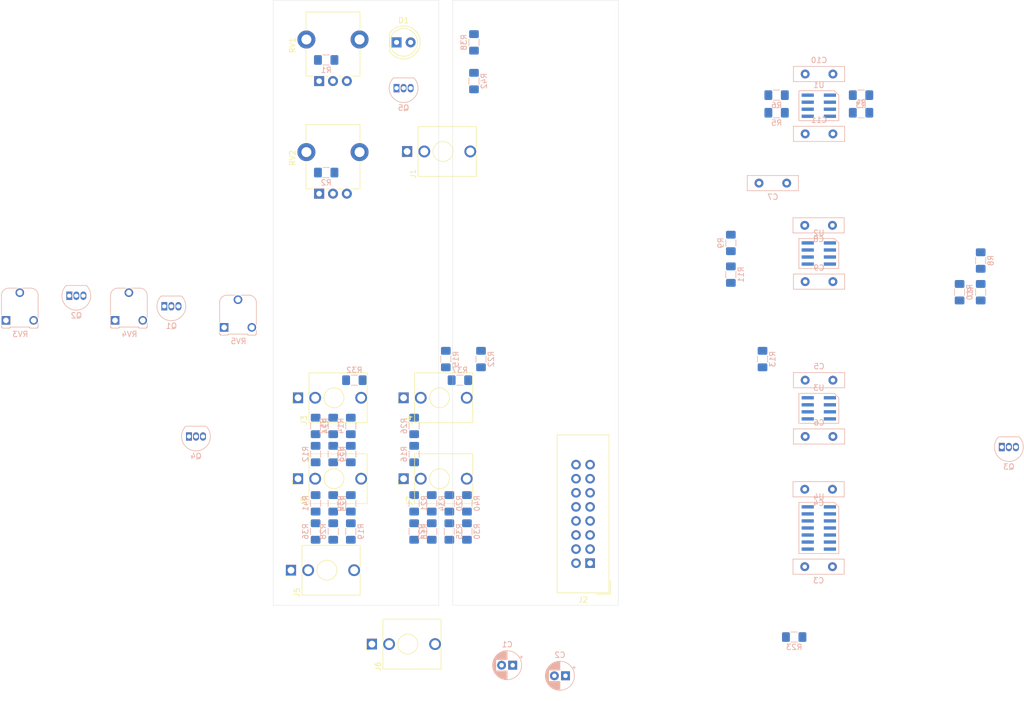
<source format=kicad_pcb>
(kicad_pcb (version 20171130) (host pcbnew "(5.1.2)-2")
  (layers (0 F.Cu signal) (31 B.Cu signal) (34 B.Paste user) (35 F.Paste user) (36 B.SilkS user) (37 F.SilkS user) (38 B.Mask user) (39 F.Mask user) (44 Edge.Cuts user))
  (net 0 "")
  (net 1 GND)
  (net 2 +12V)
  (net 3 -12V)
  (net 4 "Net-(C7-Pad2)")
  (net 5 "Net-(C7-Pad1)")
  (net 6 "Net-(D1-Pad1)")
  (net 7 "Net-(J1-PadT)")
  (net 8 "Net-(J2-Pad16)")
  (net 9 "Net-(J2-Pad15)")
  (net 10 "Net-(J2-Pad14)")
  (net 11 "Net-(J2-Pad13)")
  (net 12 "Net-(J2-Pad12)")
  (net 13 "Net-(J2-Pad11)")
  (net 14 "Net-(J3-PadT)")
  (net 15 "Net-(J4-PadT)")
  (net 16 "Net-(J5-PadT)")
  (net 17 "Net-(J6-PadT)")
  (net 18 "Net-(J7-PadT)")
  (net 19 "Net-(J8-PadT)")
  (net 20 "Net-(Q1-Pad1)")
  (net 21 "Net-(Q1-Pad2)")
  (net 22 "Net-(Q2-Pad1)")
  (net 23 "Net-(Q2-Pad3)")
  (net 24 "Net-(Q2-Pad2)")
  (net 25 "Net-(Q3-Pad1)")
  (net 26 "Net-(Q3-Pad3)")
  (net 27 "Net-(Q3-Pad2)")
  (net 28 "Net-(Q4-Pad1)")
  (net 29 "Net-(Q4-Pad2)")
  (net 30 "Net-(Q5-Pad3)")
  (net 31 "Net-(Q5-Pad2)")
  (net 32 "Net-(R1-Pad2)")
  (net 33 "Net-(R1-Pad1)")
  (net 34 "Net-(R2-Pad2)")
  (net 35 "Net-(R3-Pad1)")
  (net 36 "Net-(R4-Pad1)")
  (net 37 "Net-(R5-Pad1)")
  (net 38 "Net-(R7-Pad1)")
  (net 39 "Net-(R10-Pad2)")
  (net 40 "Net-(R11-Pad2)")
  (net 41 "Net-(R16-Pad2)")
  (net 42 "Net-(R19-Pad2)")
  (net 43 "Net-(R20-Pad2)")
  (net 44 "Net-(R25-Pad2)")
  (net 45 "Net-(R26-Pad1)")
  (net 46 "Net-(R27-Pad2)")
  (net 47 "Net-(R27-Pad1)")
  (net 48 "Net-(R28-Pad2)")
  (net 49 "Net-(R29-Pad1)")
  (net 50 "Net-(R33-Pad1)")
  (net 51 "Net-(R34-Pad2)")
  (net 52 "Net-(R35-Pad2)")
  (net 53 "Net-(R39-Pad1)")
  (net 54 "Net-(RV5-Pad3)")
  (module Resistor_SMD:R_1206_3216Metric_Pad1.42x1.75mm_HandSolder (layer B.Cu) (at 95.885 118.745 90)
    (fp_text reference R18 (at 0 1.82 90) (layer B.SilkS) (effects (justify mirror)))
    (fp_text value 10k)
    (pad 2 smd roundrect (at 1.4875 0 90) (size 1.425 1.75) (layers B.Cu B.Paste B.Mask) (roundrect_rratio 0.175439) (net 29 "Net-(Q4-Pad2)"))
    (pad 1 smd roundrect (at -1.4875 0 90) (size 1.425 1.75) (layers B.Cu B.Paste B.Mask) (roundrect_rratio 0.175439) (net 39 "Net-(R10-Pad2)"))
  )
  (module Resistor_SMD:R_1206_3216Metric_Pad1.42x1.75mm_HandSolder (layer B.Cu) (at 106.68 37.465 90)
    (fp_text reference R42 (at 0 1.82 90) (layer B.SilkS) (effects (justify mirror)))
    (fp_text value 1k)
    (pad 2 smd roundrect (at 1.4875 0 90) (size 1.425 1.75) (layers B.Cu B.Paste B.Mask) (roundrect_rratio 0.175439) (net 1 GND))
    (pad 1 smd roundrect (at -1.4875 0 90) (size 1.425 1.75) (layers B.Cu B.Paste B.Mask) (roundrect_rratio 0.175439) (net 30 "Net-(Q5-Pad3)"))
  )
  (module Resistor_SMD:R_1206_3216Metric_Pad1.42x1.75mm_HandSolder (layer B.Cu) (at 78.105 113.665 270)
    (fp_text reference R41 (at 0 1.82 90) (layer B.SilkS) (effects (justify mirror)))
    (fp_text value 1k)
    (pad 2 smd roundrect (at 1.4875 0 270) (size 1.425 1.75) (layers B.Cu B.Paste B.Mask) (roundrect_rratio 0.175439) (net 53 "Net-(R39-Pad1)"))
    (pad 1 smd roundrect (at -1.4875 0 270) (size 1.425 1.75) (layers B.Cu B.Paste B.Mask) (roundrect_rratio 0.175439) (net 19 "Net-(J8-PadT)"))
  )
  (module Resistor_SMD:R_1206_3216Metric_Pad1.42x1.75mm_HandSolder (layer B.Cu) (at 105.41 113.665 90)
    (fp_text reference R40 (at 0 1.82 90) (layer B.SilkS) (effects (justify mirror)))
    (fp_text value 1k)
    (pad 2 smd roundrect (at 1.4875 0 90) (size 1.425 1.75) (layers B.Cu B.Paste B.Mask) (roundrect_rratio 0.175439) (net 18 "Net-(J7-PadT)"))
    (pad 1 smd roundrect (at -1.4875 0 90) (size 1.425 1.75) (layers B.Cu B.Paste B.Mask) (roundrect_rratio 0.175439) (net 51 "Net-(R34-Pad2)"))
  )
  (module Resistor_SMD:R_1206_3216Metric_Pad1.42x1.75mm_HandSolder (layer B.Cu) (at 84.455 113.665 270)
    (fp_text reference R39 (at 0 1.82 90) (layer B.SilkS) (effects (justify mirror)))
    (fp_text value 10k)
    (pad 2 smd roundrect (at 1.4875 0 270) (size 1.425 1.75) (layers B.Cu B.Paste B.Mask) (roundrect_rratio 0.175439) (net 52 "Net-(R35-Pad2)"))
    (pad 1 smd roundrect (at -1.4875 0 270) (size 1.425 1.75) (layers B.Cu B.Paste B.Mask) (roundrect_rratio 0.175439) (net 53 "Net-(R39-Pad1)"))
  )
  (module Resistor_SMD:R_1206_3216Metric_Pad1.42x1.75mm_HandSolder (layer B.Cu) (at 106.68 30.48 270)
    (fp_text reference R38 (at 0 1.82 90) (layer B.SilkS) (effects (justify mirror)))
    (fp_text value 10k)
    (pad 2 smd roundrect (at 1.4875 0 270) (size 1.425 1.75) (layers B.Cu B.Paste B.Mask) (roundrect_rratio 0.175439) (net 31 "Net-(Q5-Pad2)"))
    (pad 1 smd roundrect (at -1.4875 0 270) (size 1.425 1.75) (layers B.Cu B.Paste B.Mask) (roundrect_rratio 0.175439) (net 5 "Net-(C7-Pad1)"))
  )
  (module Resistor_SMD:R_1206_3216Metric_Pad1.42x1.75mm_HandSolder (layer B.Cu) (at 104.14 91.44 180)
    (fp_text reference R37 (at 0 1.82) (layer B.SilkS) (effects (justify mirror)))
    (fp_text value 1k)
    (pad 2 smd roundrect (at 1.4875 0 180) (size 1.425 1.75) (layers B.Cu B.Paste B.Mask) (roundrect_rratio 0.175439) (net 50 "Net-(R33-Pad1)"))
    (pad 1 smd roundrect (at -1.4875 0 180) (size 1.425 1.75) (layers B.Cu B.Paste B.Mask) (roundrect_rratio 0.175439) (net 15 "Net-(J4-PadT)"))
  )
  (module Resistor_SMD:R_1206_3216Metric_Pad1.42x1.75mm_HandSolder (layer B.Cu) (at 78.105 118.745 270)
    (fp_text reference R36 (at 0 1.82 90) (layer B.SilkS) (effects (justify mirror)))
    (fp_text value 1k)
    (pad 2 smd roundrect (at 1.4875 0 270) (size 1.425 1.75) (layers B.Cu B.Paste B.Mask) (roundrect_rratio 0.175439) (net 16 "Net-(J5-PadT)"))
    (pad 1 smd roundrect (at -1.4875 0 270) (size 1.425 1.75) (layers B.Cu B.Paste B.Mask) (roundrect_rratio 0.175439) (net 5 "Net-(C7-Pad1)"))
  )
  (module Resistor_SMD:R_1206_3216Metric_Pad1.42x1.75mm_HandSolder (layer B.Cu) (at 102.235 118.745 90)
    (fp_text reference R35 (at 0 1.82 90) (layer B.SilkS) (effects (justify mirror)))
    (fp_text value 10k)
    (pad 2 smd roundrect (at 1.4875 0 90) (size 1.425 1.75) (layers B.Cu B.Paste B.Mask) (roundrect_rratio 0.175439) (net 52 "Net-(R35-Pad2)"))
    (pad 1 smd roundrect (at -1.4875 0 90) (size 1.425 1.75) (layers B.Cu B.Paste B.Mask) (roundrect_rratio 0.175439) (net 51 "Net-(R34-Pad2)"))
  )
  (module Resistor_SMD:R_1206_3216Metric_Pad1.42x1.75mm_HandSolder (layer B.Cu) (at 99.06 113.665 90)
    (fp_text reference R34 (at 0 1.82 90) (layer B.SilkS) (effects (justify mirror)))
    (fp_text value 10k)
    (pad 2 smd roundrect (at 1.4875 0 90) (size 1.425 1.75) (layers B.Cu B.Paste B.Mask) (roundrect_rratio 0.175439) (net 51 "Net-(R34-Pad2)"))
    (pad 1 smd roundrect (at -1.4875 0 90) (size 1.425 1.75) (layers B.Cu B.Paste B.Mask) (roundrect_rratio 0.175439) (net 48 "Net-(R28-Pad2)"))
  )
  (module Resistor_SMD:R_1206_3216Metric_Pad1.42x1.75mm_HandSolder (layer B.Cu) (at 84.455 104.775 270)
    (fp_text reference R33 (at 0 1.82 90) (layer B.SilkS) (effects (justify mirror)))
    (fp_text value 10k)
    (pad 2 smd roundrect (at 1.4875 0 270) (size 1.425 1.75) (layers B.Cu B.Paste B.Mask) (roundrect_rratio 0.175439) (net 49 "Net-(R29-Pad1)"))
    (pad 1 smd roundrect (at -1.4875 0 270) (size 1.425 1.75) (layers B.Cu B.Paste B.Mask) (roundrect_rratio 0.175439) (net 50 "Net-(R33-Pad1)"))
  )
  (module Resistor_SMD:R_1206_3216Metric_Pad1.42x1.75mm_HandSolder (layer B.Cu) (at 85.09 91.44 180)
    (fp_text reference R32 (at 0 1.82) (layer B.SilkS) (effects (justify mirror)))
    (fp_text value 1k)
    (pad 2 smd roundrect (at 1.4875 0 180) (size 1.425 1.75) (layers B.Cu B.Paste B.Mask) (roundrect_rratio 0.175439) (net 45 "Net-(R26-Pad1)"))
    (pad 1 smd roundrect (at -1.4875 0 180) (size 1.425 1.75) (layers B.Cu B.Paste B.Mask) (roundrect_rratio 0.175439) (net 14 "Net-(J3-PadT)"))
  )
  (module Resistor_SMD:R_1206_3216Metric_Pad1.42x1.75mm_HandSolder (layer B.Cu) (at 105.41 118.745 90)
    (fp_text reference R30 (at 0 1.82 90) (layer B.SilkS) (effects (justify mirror)))
    (fp_text value 100k)
    (pad 2 smd roundrect (at 1.4875 0 90) (size 1.425 1.75) (layers B.Cu B.Paste B.Mask) (roundrect_rratio 0.175439) (net 1 GND))
    (pad 1 smd roundrect (at -1.4875 0 90) (size 1.425 1.75) (layers B.Cu B.Paste B.Mask) (roundrect_rratio 0.175439) (net 17 "Net-(J6-PadT)"))
  )
  (module Resistor_SMD:R_1206_3216Metric_Pad1.42x1.75mm_HandSolder (layer B.Cu) (at 81.28 104.775 90)
    (fp_text reference R29 (at 0 1.82 90) (layer B.SilkS) (effects (justify mirror)))
    (fp_text value 10k)
    (pad 2 smd roundrect (at 1.4875 0 90) (size 1.425 1.75) (layers B.Cu B.Paste B.Mask) (roundrect_rratio 0.175439) (net 45 "Net-(R26-Pad1)"))
    (pad 1 smd roundrect (at -1.4875 0 90) (size 1.425 1.75) (layers B.Cu B.Paste B.Mask) (roundrect_rratio 0.175439) (net 49 "Net-(R29-Pad1)"))
  )
  (module Resistor_SMD:R_1206_3216Metric_Pad1.42x1.75mm_HandSolder (layer B.Cu) (at 81.28 118.745 270)
    (fp_text reference R28 (at 0 1.82 90) (layer B.SilkS) (effects (justify mirror)))
    (fp_text value 20k)
    (pad 2 smd roundrect (at 1.4875 0 270) (size 1.425 1.75) (layers B.Cu B.Paste B.Mask) (roundrect_rratio 0.175439) (net 48 "Net-(R28-Pad2)"))
    (pad 1 smd roundrect (at -1.4875 0 270) (size 1.425 1.75) (layers B.Cu B.Paste B.Mask) (roundrect_rratio 0.175439) (net 44 "Net-(R25-Pad2)"))
  )
  (module Resistor_SMD:R_1206_3216Metric_Pad1.42x1.75mm_HandSolder (layer B.Cu) (at 99.06 118.745 270)
    (fp_text reference R27 (at 0 1.82 90) (layer B.SilkS) (effects (justify mirror)))
    (fp_text value 50k)
    (pad 2 smd roundrect (at 1.4875 0 270) (size 1.425 1.75) (layers B.Cu B.Paste B.Mask) (roundrect_rratio 0.175439) (net 46 "Net-(R27-Pad2)"))
    (pad 1 smd roundrect (at -1.4875 0 270) (size 1.425 1.75) (layers B.Cu B.Paste B.Mask) (roundrect_rratio 0.175439) (net 47 "Net-(R27-Pad1)"))
  )
  (module Resistor_SMD:R_1206_3216Metric_Pad1.42x1.75mm_HandSolder (layer B.Cu) (at 95.885 99.695 270)
    (fp_text reference R26 (at 0 1.82 90) (layer B.SilkS) (effects (justify mirror)))
    (fp_text value 33k)
    (pad 2 smd roundrect (at 1.4875 0 270) (size 1.425 1.75) (layers B.Cu B.Paste B.Mask) (roundrect_rratio 0.175439) (net 22 "Net-(Q2-Pad1)"))
    (pad 1 smd roundrect (at -1.4875 0 270) (size 1.425 1.75) (layers B.Cu B.Paste B.Mask) (roundrect_rratio 0.175439) (net 45 "Net-(R26-Pad1)"))
  )
  (module Resistor_SMD:R_1206_3216Metric_Pad1.42x1.75mm_HandSolder (layer B.Cu) (at 81.28 113.665 90)
    (fp_text reference R25 (at 0 1.82 90) (layer B.SilkS) (effects (justify mirror)))
    (fp_text value 100k)
    (pad 2 smd roundrect (at 1.4875 0 90) (size 1.425 1.75) (layers B.Cu B.Paste B.Mask) (roundrect_rratio 0.175439) (net 44 "Net-(R25-Pad2)"))
    (pad 1 smd roundrect (at -1.4875 0 90) (size 1.425 1.75) (layers B.Cu B.Paste B.Mask) (roundrect_rratio 0.175439) (net 43 "Net-(R20-Pad2)"))
  )
  (module Resistor_SMD:R_1206_3216Metric_Pad1.42x1.75mm_HandSolder (layer B.Cu) (at 78.105 99.695 90)
    (fp_text reference R24 (at 0 1.82 90) (layer B.SilkS) (effects (justify mirror)))
    (fp_text value 33k)
    (pad 2 smd roundrect (at 1.4875 0 90) (size 1.425 1.75) (layers B.Cu B.Paste B.Mask) (roundrect_rratio 0.175439) (net 1 GND))
    (pad 1 smd roundrect (at -1.4875 0 90) (size 1.425 1.75) (layers B.Cu B.Paste B.Mask) (roundrect_rratio 0.175439) (net 25 "Net-(Q3-Pad1)"))
  )
  (module Resistor_SMD:R_1206_3216Metric_Pad1.42x1.75mm_HandSolder (layer B.Cu) (at 164.465 137.795)
    (fp_text reference R23 (at 0 1.82) (layer B.SilkS) (effects (justify mirror)))
    (fp_text value 100k)
    (pad 2 smd roundrect (at 1.4875 0) (size 1.425 1.75) (layers B.Cu B.Paste B.Mask) (roundrect_rratio 0.175439) (net 17 "Net-(J6-PadT)"))
    (pad 1 smd roundrect (at -1.4875 0) (size 1.425 1.75) (layers B.Cu B.Paste B.Mask) (roundrect_rratio 0.175439) (net 39 "Net-(R10-Pad2)"))
  )
  (module Resistor_SMD:R_1206_3216Metric_Pad1.42x1.75mm_HandSolder (layer B.Cu) (at 107.95 87.63 90)
    (fp_text reference R22 (at 0 1.82 90) (layer B.SilkS) (effects (justify mirror)))
    (fp_text value 470)
    (pad 2 smd roundrect (at 1.4875 0 90) (size 1.425 1.75) (layers B.Cu B.Paste B.Mask) (roundrect_rratio 0.175439) (net 1 GND))
    (pad 1 smd roundrect (at -1.4875 0 90) (size 1.425 1.75) (layers B.Cu B.Paste B.Mask) (roundrect_rratio 0.175439) (net 27 "Net-(Q3-Pad2)"))
  )
  (module Resistor_SMD:R_1206_3216Metric_Pad1.42x1.75mm_HandSolder (layer B.Cu) (at 95.885 113.665 90)
    (fp_text reference R21 (at 0 1.82 90) (layer B.SilkS) (effects (justify mirror)))
    (fp_text value 100k)
    (pad 2 smd roundrect (at 1.4875 0 90) (size 1.425 1.75) (layers B.Cu B.Paste B.Mask) (roundrect_rratio 0.175439) (net 28 "Net-(Q4-Pad1)"))
    (pad 1 smd roundrect (at -1.4875 0 90) (size 1.425 1.75) (layers B.Cu B.Paste B.Mask) (roundrect_rratio 0.175439) (net 5 "Net-(C7-Pad1)"))
  )
  (module Resistor_SMD:R_1206_3216Metric_Pad1.42x1.75mm_HandSolder (layer B.Cu) (at 102.235 113.665 90)
    (fp_text reference R20 (at 0 1.82 90) (layer B.SilkS) (effects (justify mirror)))
    (fp_text value 100k)
    (pad 2 smd roundrect (at 1.4875 0 90) (size 1.425 1.75) (layers B.Cu B.Paste B.Mask) (roundrect_rratio 0.175439) (net 43 "Net-(R20-Pad2)"))
    (pad 1 smd roundrect (at -1.4875 0 90) (size 1.425 1.75) (layers B.Cu B.Paste B.Mask) (roundrect_rratio 0.175439) (net 5 "Net-(C7-Pad1)"))
  )
  (module Resistor_SMD:R_1206_3216Metric_Pad1.42x1.75mm_HandSolder (layer B.Cu) (at 84.455 118.745 90)
    (fp_text reference R19 (at 0 1.82 90) (layer B.SilkS) (effects (justify mirror)))
    (fp_text value 100k)
    (pad 2 smd roundrect (at 1.4875 0 90) (size 1.425 1.75) (layers B.Cu B.Paste B.Mask) (roundrect_rratio 0.175439) (net 42 "Net-(R19-Pad2)"))
    (pad 1 smd roundrect (at -1.4875 0 90) (size 1.425 1.75) (layers B.Cu B.Paste B.Mask) (roundrect_rratio 0.175439) (net 39 "Net-(R10-Pad2)"))
  )
  (module Resistor_SMD:R_1206_3216Metric_Pad1.42x1.75mm_HandSolder (layer B.Cu) (at 81.28 99.695 270)
    (fp_text reference R17 (at 0 1.82 90) (layer B.SilkS) (effects (justify mirror)))
    (fp_text value 10k)
    (pad 2 smd roundrect (at 1.4875 0 270) (size 1.425 1.75) (layers B.Cu B.Paste B.Mask) (roundrect_rratio 0.175439) (net 25 "Net-(Q3-Pad1)"))
    (pad 1 smd roundrect (at -1.4875 0 270) (size 1.425 1.75) (layers B.Cu B.Paste B.Mask) (roundrect_rratio 0.175439) (net 2 +12V))
  )
  (module Resistor_SMD:R_1206_3216Metric_Pad1.42x1.75mm_HandSolder (layer B.Cu) (at 95.885 104.775 270)
    (fp_text reference R16 (at 0 1.82 90) (layer B.SilkS) (effects (justify mirror)))
    (fp_text value 68k)
    (pad 2 smd roundrect (at 1.4875 0 270) (size 1.425 1.75) (layers B.Cu B.Paste B.Mask) (roundrect_rratio 0.175439) (net 41 "Net-(R16-Pad2)"))
    (pad 1 smd roundrect (at -1.4875 0 270) (size 1.425 1.75) (layers B.Cu B.Paste B.Mask) (roundrect_rratio 0.175439) (net 3 -12V))
  )
  (module Resistor_SMD:R_1206_3216Metric_Pad1.42x1.75mm_HandSolder (layer B.Cu) (at 101.6 87.63 90)
    (fp_text reference R15 (at 0 1.82 90) (layer B.SilkS) (effects (justify mirror)))
    (fp_text value 220)
    (pad 2 smd roundrect (at 1.4875 0 90) (size 1.425 1.75) (layers B.Cu B.Paste B.Mask) (roundrect_rratio 0.175439) (net 23 "Net-(Q2-Pad3)"))
    (pad 1 smd roundrect (at -1.4875 0 90) (size 1.425 1.75) (layers B.Cu B.Paste B.Mask) (roundrect_rratio 0.175439) (net 26 "Net-(Q3-Pad3)"))
  )
  (module Resistor_SMD:R_1206_3216Metric_Pad1.42x1.75mm_HandSolder (layer B.Cu) (at 84.455 99.695 270)
    (fp_text reference R14 (at 0 1.82 90) (layer B.SilkS) (effects (justify mirror)))
    (fp_text value 10k)
    (pad 2 smd roundrect (at 1.4875 0 270) (size 1.425 1.75) (layers B.Cu B.Paste B.Mask) (roundrect_rratio 0.175439) (net 22 "Net-(Q2-Pad1)"))
    (pad 1 smd roundrect (at -1.4875 0 270) (size 1.425 1.75) (layers B.Cu B.Paste B.Mask) (roundrect_rratio 0.175439) (net 2 +12V))
  )
  (module Resistor_SMD:R_1206_3216Metric_Pad1.42x1.75mm_HandSolder (layer B.Cu) (at 158.75 87.63 90)
    (fp_text reference R13 (at 0 1.82 90) (layer B.SilkS) (effects (justify mirror)))
    (fp_text value 47k)
    (pad 2 smd roundrect (at 1.4875 0 90) (size 1.425 1.75) (layers B.Cu B.Paste B.Mask) (roundrect_rratio 0.175439) (net 39 "Net-(R10-Pad2)"))
    (pad 1 smd roundrect (at -1.4875 0 90) (size 1.425 1.75) (layers B.Cu B.Paste B.Mask) (roundrect_rratio 0.175439) (net 40 "Net-(R11-Pad2)"))
  )
  (module Resistor_SMD:R_1206_3216Metric_Pad1.42x1.75mm_HandSolder (layer B.Cu) (at 78.105 104.775 270)
    (fp_text reference R12 (at 0 1.82 90) (layer B.SilkS) (effects (justify mirror)))
    (fp_text value 470)
    (pad 2 smd roundrect (at 1.4875 0 270) (size 1.425 1.75) (layers B.Cu B.Paste B.Mask) (roundrect_rratio 0.175439) (net 1 GND))
    (pad 1 smd roundrect (at -1.4875 0 270) (size 1.425 1.75) (layers B.Cu B.Paste B.Mask) (roundrect_rratio 0.175439) (net 24 "Net-(Q2-Pad2)"))
  )
  (module Resistor_SMD:R_1206_3216Metric_Pad1.42x1.75mm_HandSolder (layer B.Cu) (at 153.035 72.39 90)
    (fp_text reference R11 (at 0 1.82 90) (layer B.SilkS) (effects (justify mirror)))
    (fp_text value 47k)
    (pad 2 smd roundrect (at 1.4875 0 90) (size 1.425 1.75) (layers B.Cu B.Paste B.Mask) (roundrect_rratio 0.175439) (net 40 "Net-(R11-Pad2)"))
    (pad 1 smd roundrect (at -1.4875 0 90) (size 1.425 1.75) (layers B.Cu B.Paste B.Mask) (roundrect_rratio 0.175439) (net 1 GND))
  )
  (module Resistor_SMD:R_1206_3216Metric_Pad1.42x1.75mm_HandSolder (layer B.Cu) (at 194.31 75.565 90)
    (fp_text reference R10 (at 0 1.82 90) (layer B.SilkS) (effects (justify mirror)))
    (fp_text value 10k)
    (pad 2 smd roundrect (at 1.4875 0 90) (size 1.425 1.75) (layers B.Cu B.Paste B.Mask) (roundrect_rratio 0.175439) (net 39 "Net-(R10-Pad2)"))
    (pad 1 smd roundrect (at -1.4875 0 90) (size 1.425 1.75) (layers B.Cu B.Paste B.Mask) (roundrect_rratio 0.175439) (net 21 "Net-(Q1-Pad2)"))
  )
  (module Resistor_SMD:R_1206_3216Metric_Pad1.42x1.75mm_HandSolder (layer B.Cu) (at 153.035 66.675 270)
    (fp_text reference R9 (at 0 1.82 90) (layer B.SilkS) (effects (justify mirror)))
    (fp_text value 47k)
    (pad 2 smd roundrect (at 1.4875 0 270) (size 1.425 1.75) (layers B.Cu B.Paste B.Mask) (roundrect_rratio 0.175439) (net 38 "Net-(R7-Pad1)"))
    (pad 1 smd roundrect (at -1.4875 0 270) (size 1.425 1.75) (layers B.Cu B.Paste B.Mask) (roundrect_rratio 0.175439) (net 1 GND))
  )
  (module Resistor_SMD:R_1206_3216Metric_Pad1.42x1.75mm_HandSolder (layer B.Cu) (at 198.12 69.85 90)
    (fp_text reference R8 (at 0 1.82 90) (layer B.SilkS) (effects (justify mirror)))
    (fp_text value 47k)
    (pad 2 smd roundrect (at 1.4875 0 90) (size 1.425 1.75) (layers B.Cu B.Paste B.Mask) (roundrect_rratio 0.175439) (net 4 "Net-(C7-Pad2)"))
    (pad 1 smd roundrect (at -1.4875 0 90) (size 1.425 1.75) (layers B.Cu B.Paste B.Mask) (roundrect_rratio 0.175439) (net 20 "Net-(Q1-Pad1)"))
  )
  (module Resistor_SMD:R_1206_3216Metric_Pad1.42x1.75mm_HandSolder (layer B.Cu) (at 198.12 75.565 270)
    (fp_text reference R7 (at 0 1.82 90) (layer B.SilkS) (effects (justify mirror)))
    (fp_text value 47k)
    (pad 2 smd roundrect (at 1.4875 0 270) (size 1.425 1.75) (layers B.Cu B.Paste B.Mask) (roundrect_rratio 0.175439) (net 37 "Net-(R5-Pad1)"))
    (pad 1 smd roundrect (at -1.4875 0 270) (size 1.425 1.75) (layers B.Cu B.Paste B.Mask) (roundrect_rratio 0.175439) (net 38 "Net-(R7-Pad1)"))
  )
  (module Resistor_SMD:R_1206_3216Metric_Pad1.42x1.75mm_HandSolder (layer B.Cu) (at 161.29 40.005)
    (fp_text reference R6 (at 0 1.82) (layer B.SilkS) (effects (justify mirror)))
    (fp_text value 100k)
    (pad 2 smd roundrect (at 1.4875 0) (size 1.425 1.75) (layers B.Cu B.Paste B.Mask) (roundrect_rratio 0.175439) (net 37 "Net-(R5-Pad1)"))
    (pad 1 smd roundrect (at -1.4875 0) (size 1.425 1.75) (layers B.Cu B.Paste B.Mask) (roundrect_rratio 0.175439) (net 4 "Net-(C7-Pad2)"))
  )
  (module Resistor_SMD:R_1206_3216Metric_Pad1.42x1.75mm_HandSolder (layer B.Cu) (at 161.29 43.18)
    (fp_text reference R5 (at 0 1.82) (layer B.SilkS) (effects (justify mirror)))
    (fp_text value 100k)
    (pad 2 smd roundrect (at 1.4875 0) (size 1.425 1.75) (layers B.Cu B.Paste B.Mask) (roundrect_rratio 0.175439) (net 36 "Net-(R4-Pad1)"))
    (pad 1 smd roundrect (at -1.4875 0) (size 1.425 1.75) (layers B.Cu B.Paste B.Mask) (roundrect_rratio 0.175439) (net 37 "Net-(R5-Pad1)"))
  )
  (module Resistor_SMD:R_1206_3216Metric_Pad1.42x1.75mm_HandSolder (layer B.Cu) (at 176.53 43.18 180)
    (fp_text reference R4 (at 0 1.82) (layer B.SilkS) (effects (justify mirror)))
    (fp_text value 100k)
    (pad 2 smd roundrect (at 1.4875 0 180) (size 1.425 1.75) (layers B.Cu B.Paste B.Mask) (roundrect_rratio 0.175439) (net 35 "Net-(R3-Pad1)"))
    (pad 1 smd roundrect (at -1.4875 0 180) (size 1.425 1.75) (layers B.Cu B.Paste B.Mask) (roundrect_rratio 0.175439) (net 36 "Net-(R4-Pad1)"))
  )
  (module Resistor_SMD:R_1206_3216Metric_Pad1.42x1.75mm_HandSolder (layer B.Cu) (at 176.53 40.005)
    (fp_text reference R3 (at 0 1.82) (layer B.SilkS) (effects (justify mirror)))
    (fp_text value 100k)
    (pad 2 smd roundrect (at 1.4875 0) (size 1.425 1.75) (layers B.Cu B.Paste B.Mask) (roundrect_rratio 0.175439) (net 33 "Net-(R1-Pad1)"))
    (pad 1 smd roundrect (at -1.4875 0) (size 1.425 1.75) (layers B.Cu B.Paste B.Mask) (roundrect_rratio 0.175439) (net 35 "Net-(R3-Pad1)"))
  )
  (module Resistor_SMD:R_1206_3216Metric_Pad1.42x1.75mm_HandSolder (layer B.Cu) (at 80.01 53.975)
    (fp_text reference R2 (at 0 1.82) (layer B.SilkS) (effects (justify mirror)))
    (fp_text value 100k)
    (pad 2 smd roundrect (at 1.4875 0) (size 1.425 1.75) (layers B.Cu B.Paste B.Mask) (roundrect_rratio 0.175439) (net 34 "Net-(R2-Pad2)"))
    (pad 1 smd roundrect (at -1.4875 0) (size 1.425 1.75) (layers B.Cu B.Paste B.Mask) (roundrect_rratio 0.175439) (net 33 "Net-(R1-Pad1)"))
  )
  (module Resistor_SMD:R_1206_3216Metric_Pad1.42x1.75mm_HandSolder (layer B.Cu) (at 80.01 33.655)
    (fp_text reference R1 (at 0 1.82) (layer B.SilkS) (effects (justify mirror)))
    (fp_text value 100k)
    (pad 2 smd roundrect (at 1.4875 0) (size 1.425 1.75) (layers B.Cu B.Paste B.Mask) (roundrect_rratio 0.175439) (net 32 "Net-(R1-Pad2)"))
    (pad 1 smd roundrect (at -1.4875 0) (size 1.425 1.75) (layers B.Cu B.Paste B.Mask) (roundrect_rratio 0.175439) (net 33 "Net-(R1-Pad1)"))
  )
  (module st_package_so:SOIC-14 (layer B.Cu) (at 168.91 118.11 270)
    (fp_text reference U4 (at -5.61 0 180) (layer B.SilkS) (effects (justify mirror)))
    (fp_text value TL074)
    (pad 7 smd rect (at 3.81 -2 270) (size 0.6 2.2) (layers B.Cu B.Paste B.Mask) (net 51 "Net-(R34-Pad2)"))
    (pad 8 smd rect (at 3.81 2 270) (size 0.6 2.2) (layers B.Cu B.Paste B.Mask) (net 46 "Net-(R27-Pad2)"))
    (pad 6 smd rect (at 2.54 -2 270) (size 0.6 2.2) (layers B.Cu B.Paste B.Mask) (net 48 "Net-(R28-Pad2)"))
    (pad 9 smd rect (at 2.54 2 270) (size 0.6 2.2) (layers B.Cu B.Paste B.Mask) (net 46 "Net-(R27-Pad2)"))
    (pad 5 smd rect (at 1.27 -2 270) (size 0.6 2.2) (layers B.Cu B.Paste B.Mask) (net 47 "Net-(R27-Pad1)"))
    (pad 10 smd rect (at 1.27 2 270) (size 0.6 2.2) (layers B.Cu B.Paste B.Mask) (net 42 "Net-(R19-Pad2)"))
    (pad 4 smd rect (at 0 -2 270) (size 0.6 2.2) (layers B.Cu B.Paste B.Mask) (net 2 +12V))
    (pad 11 smd rect (at 0 2 270) (size 0.6 2.2) (layers B.Cu B.Paste B.Mask) (net 3 -12V))
    (pad 3 smd rect (at -1.27 -2 270) (size 0.6 2.2) (layers B.Cu B.Paste B.Mask) (net 28 "Net-(Q4-Pad1)"))
    (pad 12 smd rect (at -1.27 2 270) (size 0.6 2.2) (layers B.Cu B.Paste B.Mask) (net 1 GND))
    (pad 2 smd rect (at -2.54 -2 270) (size 0.6 2.2) (layers B.Cu B.Paste B.Mask) (net 43 "Net-(R20-Pad2)"))
    (pad 13 smd rect (at -2.54 2 270) (size 0.6 2.2) (layers B.Cu B.Paste B.Mask) (net 52 "Net-(R35-Pad2)"))
    (pad 1 smd rect (at -3.81 -2 270) (size 0.6 2.2) (layers B.Cu B.Paste B.Mask) (net 44 "Net-(R25-Pad2)"))
    (pad 14 smd rect (at -3.81 2 270) (size 0.6 2.2) (layers B.Cu B.Paste B.Mask) (net 53 "Net-(R39-Pad1)"))
  )
  (module st_package_so:SOIC-8 (layer B.Cu) (at 168.91 96.52 270)
    (fp_text reference U3 (at -3.705 0 180) (layer B.SilkS) (effects (justify mirror)))
    (fp_text value TL072)
    (pad 4 smd rect (at 1.905 -2 270) (size 0.6 2.2) (layers B.Cu B.Paste B.Mask) (net 3 -12V))
    (pad 5 smd rect (at 1.905 2 270) (size 0.6 2.2) (layers B.Cu B.Paste B.Mask) (net 1 GND))
    (pad 3 smd rect (at 0.635 -2 270) (size 0.6 2.2) (layers B.Cu B.Paste B.Mask) (net 25 "Net-(Q3-Pad1)"))
    (pad 6 smd rect (at 0.635 2 270) (size 0.6 2.2) (layers B.Cu B.Paste B.Mask) (net 49 "Net-(R29-Pad1)"))
    (pad 2 smd rect (at -0.635 -2 270) (size 0.6 2.2) (layers B.Cu B.Paste B.Mask) (net 22 "Net-(Q2-Pad1)"))
    (pad 7 smd rect (at -0.635 2 270) (size 0.6 2.2) (layers B.Cu B.Paste B.Mask) (net 50 "Net-(R33-Pad1)"))
    (pad 1 smd rect (at -1.905 -2 270) (size 0.6 2.2) (layers B.Cu B.Paste B.Mask) (net 45 "Net-(R26-Pad1)"))
    (pad 8 smd rect (at -1.905 2 270) (size 0.6 2.2) (layers B.Cu B.Paste B.Mask) (net 2 +12V))
  )
  (module st_package_so:SOIC-8 (layer B.Cu) (at 168.91 68.58 270)
    (fp_text reference U2 (at -3.705 0 180) (layer B.SilkS) (effects (justify mirror)))
    (fp_text value TL072)
    (pad 4 smd rect (at 1.905 -2 270) (size 0.6 2.2) (layers B.Cu B.Paste B.Mask) (net 3 -12V))
    (pad 5 smd rect (at 1.905 2 270) (size 0.6 2.2) (layers B.Cu B.Paste B.Mask) (net 40 "Net-(R11-Pad2)"))
    (pad 3 smd rect (at 0.635 -2 270) (size 0.6 2.2) (layers B.Cu B.Paste B.Mask) (net 38 "Net-(R7-Pad1)"))
    (pad 6 smd rect (at 0.635 2 270) (size 0.6 2.2) (layers B.Cu B.Paste B.Mask) (net 5 "Net-(C7-Pad1)"))
    (pad 2 smd rect (at -0.635 -2 270) (size 0.6 2.2) (layers B.Cu B.Paste B.Mask) (net 4 "Net-(C7-Pad2)"))
    (pad 7 smd rect (at -0.635 2 270) (size 0.6 2.2) (layers B.Cu B.Paste B.Mask) (net 39 "Net-(R10-Pad2)"))
    (pad 1 smd rect (at -1.905 -2 270) (size 0.6 2.2) (layers B.Cu B.Paste B.Mask) (net 5 "Net-(C7-Pad1)"))
    (pad 8 smd rect (at -1.905 2 270) (size 0.6 2.2) (layers B.Cu B.Paste B.Mask) (net 2 +12V))
  )
  (module st_package_so:SOIC-8 (layer B.Cu) (at 168.91 41.91 270)
    (fp_text reference U1 (at -3.705 0 180) (layer B.SilkS) (effects (justify mirror)))
    (fp_text value TL072)
    (pad 4 smd rect (at 1.905 -2 270) (size 0.6 2.2) (layers B.Cu B.Paste B.Mask) (net 3 -12V))
    (pad 5 smd rect (at 1.905 2 270) (size 0.6 2.2) (layers B.Cu B.Paste B.Mask) (net 1 GND))
    (pad 3 smd rect (at 0.635 -2 270) (size 0.6 2.2) (layers B.Cu B.Paste B.Mask) (net 1 GND))
    (pad 6 smd rect (at 0.635 2 270) (size 0.6 2.2) (layers B.Cu B.Paste B.Mask) (net 36 "Net-(R4-Pad1)"))
    (pad 2 smd rect (at -0.635 -2 270) (size 0.6 2.2) (layers B.Cu B.Paste B.Mask) (net 33 "Net-(R1-Pad1)"))
    (pad 7 smd rect (at -0.635 2 270) (size 0.6 2.2) (layers B.Cu B.Paste B.Mask) (net 37 "Net-(R5-Pad1)"))
    (pad 1 smd rect (at -1.905 -2 270) (size 0.6 2.2) (layers B.Cu B.Paste B.Mask) (net 35 "Net-(R3-Pad1)"))
    (pad 8 smd rect (at -1.905 2 270) (size 0.6 2.2) (layers B.Cu B.Paste B.Mask) (net 2 +12V))
  )
  (module Potentiometer_THT:Potentiometer_Runtron_RM-065_Vertical (layer B.Cu) (at 61.595 81.915)
    (fp_text reference RV5 (at 2.6 2.5) (layer B.SilkS) (effects (justify mirror)))
    (fp_text value 20k)
    (pad 2 thru_hole circle (at 2.5 -5) (size 1.55 1.55) (drill 1) (layers *.Cu *.Mask) (net 1 GND))
    (pad 1 thru_hole rect (at 0 0) (size 1.55 1.55) (drill 1) (layers *.Cu *.Mask) (net 47 "Net-(R27-Pad1)"))
    (pad 3 thru_hole circle (at 5 0) (size 1.55 1.55) (drill 1) (layers *.Cu *.Mask) (net 54 "Net-(RV5-Pad3)"))
  )
  (module Potentiometer_THT:Potentiometer_Runtron_RM-065_Vertical (layer B.Cu) (at 41.91 80.645)
    (fp_text reference RV4 (at 2.6 2.5) (layer B.SilkS) (effects (justify mirror)))
    (fp_text value 50k)
    (pad 2 thru_hole circle (at 2.5 -5) (size 1.55 1.55) (drill 1) (layers *.Cu *.Mask) (net 41 "Net-(R16-Pad2)"))
    (pad 1 thru_hole rect (at 0 0) (size 1.55 1.55) (drill 1) (layers *.Cu *.Mask) (net 26 "Net-(Q3-Pad3)"))
    (pad 3 thru_hole circle (at 5 0) (size 1.55 1.55) (drill 1) (layers *.Cu *.Mask) (net 23 "Net-(Q2-Pad3)"))
  )
  (module Potentiometer_THT:Potentiometer_Runtron_RM-065_Vertical (layer B.Cu) (at 22.225 80.645)
    (fp_text reference RV3 (at 2.6 2.5) (layer B.SilkS) (effects (justify mirror)))
    (fp_text value 100k)
    (pad 2 thru_hole circle (at 2.5 -5) (size 1.55 1.55) (drill 1) (layers *.Cu *.Mask) (net 5 "Net-(C7-Pad1)"))
    (pad 1 thru_hole rect (at 0 0) (size 1.55 1.55) (drill 1) (layers *.Cu *.Mask) (net 5 "Net-(C7-Pad1)"))
    (pad 3 thru_hole circle (at 5 0) (size 1.55 1.55) (drill 1) (layers *.Cu *.Mask) (net 24 "Net-(Q2-Pad2)"))
  )
  (module Potentiometer_THT:Potentiometer_Alpha_RD901F-40-00D_Single_Vertical_CircularHoles (layer F.Cu) (at 78.74 57.785 90)
    (fp_text reference RV2 (at 6.45 -4.8 270) (layer F.SilkS))
    (fp_text value "CV AMOUNT")
    (pad "" thru_hole circle (at 7.5 -2.3 180) (size 3.24 3.24) (drill 1.8) (layers *.Cu *.Mask))
    (pad "" thru_hole circle (at 7.5 7.3 180) (size 3.24 3.24) (drill 1.8) (layers *.Cu *.Mask))
    (pad 3 thru_hole circle (at 0 5 180) (size 1.8 1.8) (drill 1) (layers *.Cu *.Mask) (net 7 "Net-(J1-PadT)"))
    (pad 2 thru_hole circle (at 0 2.5 180) (size 1.8 1.8) (drill 1) (layers *.Cu *.Mask) (net 34 "Net-(R2-Pad2)"))
    (pad 1 thru_hole rect (at 0 0 180) (size 1.8 1.8) (drill 1) (layers *.Cu *.Mask) (net 1 GND))
  )
  (module Potentiometer_THT:Potentiometer_Alpha_RD901F-40-00D_Single_Vertical_CircularHoles (layer F.Cu) (at 78.74 37.465 90)
    (fp_text reference RV1 (at 6.45 -4.8 270) (layer F.SilkS))
    (fp_text value SPEED)
    (pad "" thru_hole circle (at 7.5 -2.3 180) (size 3.24 3.24) (drill 1.8) (layers *.Cu *.Mask))
    (pad "" thru_hole circle (at 7.5 7.3 180) (size 3.24 3.24) (drill 1.8) (layers *.Cu *.Mask))
    (pad 3 thru_hole circle (at 0 5 180) (size 1.8 1.8) (drill 1) (layers *.Cu *.Mask) (net 2 +12V))
    (pad 2 thru_hole circle (at 0 2.5 180) (size 1.8 1.8) (drill 1) (layers *.Cu *.Mask) (net 32 "Net-(R1-Pad2)"))
    (pad 1 thru_hole rect (at 0 0 180) (size 1.8 1.8) (drill 1) (layers *.Cu *.Mask) (net 1 GND))
  )
  (module Package_TO_SOT_THT:TO-92_Inline (layer B.Cu) (at 92.71 38.735)
    (fp_text reference Q5 (at 1.27 3.56) (layer B.SilkS) (effects (justify mirror)))
    (fp_text value BC550)
    (pad 1 thru_hole rect (at 0 0) (size 1.05 1.5) (drill 0.75) (layers *.Cu *.Mask) (net 6 "Net-(D1-Pad1)"))
    (pad 3 thru_hole oval (at 2.54 0) (size 1.05 1.5) (drill 0.75) (layers *.Cu *.Mask) (net 30 "Net-(Q5-Pad3)"))
    (pad 2 thru_hole oval (at 1.27 0) (size 1.05 1.5) (drill 0.75) (layers *.Cu *.Mask) (net 31 "Net-(Q5-Pad2)"))
  )
  (module Package_TO_SOT_THT:TO-92_Inline (layer B.Cu) (at 55.245 101.6)
    (fp_text reference Q4 (at 1.27 3.56) (layer B.SilkS) (effects (justify mirror)))
    (fp_text value BC550)
    (pad 1 thru_hole rect (at 0 0) (size 1.05 1.5) (drill 0.75) (layers *.Cu *.Mask) (net 28 "Net-(Q4-Pad1)"))
    (pad 3 thru_hole oval (at 2.54 0) (size 1.05 1.5) (drill 0.75) (layers *.Cu *.Mask) (net 1 GND))
    (pad 2 thru_hole oval (at 1.27 0) (size 1.05 1.5) (drill 0.75) (layers *.Cu *.Mask) (net 29 "Net-(Q4-Pad2)"))
  )
  (module Package_TO_SOT_THT:TO-92_Inline (layer B.Cu) (at 201.93 103.505)
    (fp_text reference Q3 (at 1.27 3.56) (layer B.SilkS) (effects (justify mirror)))
    (fp_text value BC550)
    (pad 1 thru_hole rect (at 0 0) (size 1.05 1.5) (drill 0.75) (layers *.Cu *.Mask) (net 25 "Net-(Q3-Pad1)"))
    (pad 3 thru_hole oval (at 2.54 0) (size 1.05 1.5) (drill 0.75) (layers *.Cu *.Mask) (net 26 "Net-(Q3-Pad3)"))
    (pad 2 thru_hole oval (at 1.27 0) (size 1.05 1.5) (drill 0.75) (layers *.Cu *.Mask) (net 27 "Net-(Q3-Pad2)"))
  )
  (module Package_TO_SOT_THT:TO-92_Inline (layer B.Cu) (at 33.655 76.2)
    (fp_text reference Q2 (at 1.27 3.56) (layer B.SilkS) (effects (justify mirror)))
    (fp_text value BC550)
    (pad 1 thru_hole rect (at 0 0) (size 1.05 1.5) (drill 0.75) (layers *.Cu *.Mask) (net 22 "Net-(Q2-Pad1)"))
    (pad 3 thru_hole oval (at 2.54 0) (size 1.05 1.5) (drill 0.75) (layers *.Cu *.Mask) (net 23 "Net-(Q2-Pad3)"))
    (pad 2 thru_hole oval (at 1.27 0) (size 1.05 1.5) (drill 0.75) (layers *.Cu *.Mask) (net 24 "Net-(Q2-Pad2)"))
  )
  (module Package_TO_SOT_THT:TO-92_Inline (layer B.Cu) (at 50.8 78.105)
    (fp_text reference Q1 (at 1.27 3.56) (layer B.SilkS) (effects (justify mirror)))
    (fp_text value BC550)
    (pad 1 thru_hole rect (at 0 0) (size 1.05 1.5) (drill 0.75) (layers *.Cu *.Mask) (net 20 "Net-(Q1-Pad1)"))
    (pad 3 thru_hole oval (at 2.54 0) (size 1.05 1.5) (drill 0.75) (layers *.Cu *.Mask) (net 1 GND))
    (pad 2 thru_hole oval (at 1.27 0) (size 1.05 1.5) (drill 0.75) (layers *.Cu *.Mask) (net 21 "Net-(Q1-Pad2)"))
  )
  (module Connector_Audio:Jack_3.5mm_QingPu_WQP-PJ398SM_Vertical_CircularHoles (layer F.Cu) (at 74.93 109.22 90)
    (fp_text reference J8 (at -4.03 1.08 270) (layer F.SilkS))
    (fp_text value "RAMP DOWN")
    (pad T thru_hole circle (at 0 11.4 270) (size 2.13 2.13) (drill 1.43) (layers *.Cu *.Mask) (net 19 "Net-(J8-PadT)"))
    (pad S thru_hole rect (at 0 0 270) (size 1.93 1.83) (drill 1.22) (layers *.Cu *.Mask) (net 1 GND))
    (pad TN thru_hole circle (at 0 3.1 270) (size 2.13 2.13) (drill 1.42) (layers *.Cu *.Mask))
  )
  (module Connector_Audio:Jack_3.5mm_QingPu_WQP-PJ398SM_Vertical_CircularHoles (layer F.Cu) (at 93.98 109.22 90)
    (fp_text reference J7 (at -4.03 1.08 270) (layer F.SilkS))
    (fp_text value "RAMP UP")
    (pad T thru_hole circle (at 0 11.4 270) (size 2.13 2.13) (drill 1.43) (layers *.Cu *.Mask) (net 18 "Net-(J7-PadT)"))
    (pad S thru_hole rect (at 0 0 270) (size 1.93 1.83) (drill 1.22) (layers *.Cu *.Mask) (net 1 GND))
    (pad TN thru_hole circle (at 0 3.1 270) (size 2.13 2.13) (drill 1.42) (layers *.Cu *.Mask))
  )
  (module Connector_Audio:Jack_3.5mm_QingPu_WQP-PJ398SM_Vertical_CircularHoles (layer F.Cu) (at 88.265 139.065 90)
    (fp_text reference J6 (at -4.03 1.08 270) (layer F.SilkS))
    (fp_text value SQR)
    (pad T thru_hole circle (at 0 11.4 270) (size 2.13 2.13) (drill 1.43) (layers *.Cu *.Mask) (net 17 "Net-(J6-PadT)"))
    (pad S thru_hole rect (at 0 0 270) (size 1.93 1.83) (drill 1.22) (layers *.Cu *.Mask) (net 1 GND))
    (pad TN thru_hole circle (at 0 3.1 270) (size 2.13 2.13) (drill 1.42) (layers *.Cu *.Mask))
  )
  (module Connector_Audio:Jack_3.5mm_QingPu_WQP-PJ398SM_Vertical_CircularHoles (layer F.Cu) (at 73.66 125.73 90)
    (fp_text reference J5 (at -4.03 1.08 270) (layer F.SilkS))
    (fp_text value TRI)
    (pad T thru_hole circle (at 0 11.4 270) (size 2.13 2.13) (drill 1.43) (layers *.Cu *.Mask) (net 16 "Net-(J5-PadT)"))
    (pad S thru_hole rect (at 0 0 270) (size 1.93 1.83) (drill 1.22) (layers *.Cu *.Mask) (net 1 GND))
    (pad TN thru_hole circle (at 0 3.1 270) (size 2.13 2.13) (drill 1.42) (layers *.Cu *.Mask))
  )
  (module Connector_Audio:Jack_3.5mm_QingPu_WQP-PJ398SM_Vertical_CircularHoles (layer F.Cu) (at 93.98 94.615 90)
    (fp_text reference J4 (at -4.03 1.08 270) (layer F.SilkS))
    (fp_text value COS)
    (pad T thru_hole circle (at 0 11.4 270) (size 2.13 2.13) (drill 1.43) (layers *.Cu *.Mask) (net 15 "Net-(J4-PadT)"))
    (pad S thru_hole rect (at 0 0 270) (size 1.93 1.83) (drill 1.22) (layers *.Cu *.Mask) (net 1 GND))
    (pad TN thru_hole circle (at 0 3.1 270) (size 2.13 2.13) (drill 1.42) (layers *.Cu *.Mask))
  )
  (module Connector_Audio:Jack_3.5mm_QingPu_WQP-PJ398SM_Vertical_CircularHoles (layer F.Cu) (at 74.93 94.615 90)
    (fp_text reference J3 (at -4.03 1.08 270) (layer F.SilkS))
    (fp_text value SIN)
    (pad T thru_hole circle (at 0 11.4 270) (size 2.13 2.13) (drill 1.43) (layers *.Cu *.Mask) (net 14 "Net-(J3-PadT)"))
    (pad S thru_hole rect (at 0 0 270) (size 1.93 1.83) (drill 1.22) (layers *.Cu *.Mask) (net 1 GND))
    (pad TN thru_hole circle (at 0 3.1 270) (size 2.13 2.13) (drill 1.42) (layers *.Cu *.Mask))
  )
  (module Connector_IDC:IDC-Header_2x08_P2.54mm_Vertical (layer F.Cu) (at 127.635 124.46 180)
    (fp_text reference J2 (at 1.27 -6.604 180) (layer F.SilkS))
    (fp_text value Conn_02x08_Odd_Even)
    (pad 16 thru_hole oval (at 2.54 17.78 180) (size 1.7272 1.7272) (drill 1.016) (layers *.Cu *.Mask) (net 8 "Net-(J2-Pad16)"))
    (pad 15 thru_hole oval (at 0 17.78 180) (size 1.7272 1.7272) (drill 1.016) (layers *.Cu *.Mask) (net 9 "Net-(J2-Pad15)"))
    (pad 14 thru_hole oval (at 2.54 15.24 180) (size 1.7272 1.7272) (drill 1.016) (layers *.Cu *.Mask) (net 10 "Net-(J2-Pad14)"))
    (pad 13 thru_hole oval (at 0 15.24 180) (size 1.7272 1.7272) (drill 1.016) (layers *.Cu *.Mask) (net 11 "Net-(J2-Pad13)"))
    (pad 12 thru_hole oval (at 2.54 12.7 180) (size 1.7272 1.7272) (drill 1.016) (layers *.Cu *.Mask) (net 12 "Net-(J2-Pad12)"))
    (pad 11 thru_hole oval (at 0 12.7 180) (size 1.7272 1.7272) (drill 1.016) (layers *.Cu *.Mask) (net 13 "Net-(J2-Pad11)"))
    (pad 10 thru_hole oval (at 2.54 10.16 180) (size 1.7272 1.7272) (drill 1.016) (layers *.Cu *.Mask) (net 2 +12V))
    (pad 9 thru_hole oval (at 0 10.16 180) (size 1.7272 1.7272) (drill 1.016) (layers *.Cu *.Mask) (net 2 +12V))
    (pad 8 thru_hole oval (at 2.54 7.62 180) (size 1.7272 1.7272) (drill 1.016) (layers *.Cu *.Mask) (net 1 GND))
    (pad 7 thru_hole oval (at 0 7.62 180) (size 1.7272 1.7272) (drill 1.016) (layers *.Cu *.Mask) (net 1 GND))
    (pad 6 thru_hole oval (at 2.54 5.08 180) (size 1.7272 1.7272) (drill 1.016) (layers *.Cu *.Mask) (net 1 GND))
    (pad 5 thru_hole oval (at 0 5.08 180) (size 1.7272 1.7272) (drill 1.016) (layers *.Cu *.Mask) (net 1 GND))
    (pad 4 thru_hole oval (at 2.54 2.54 180) (size 1.7272 1.7272) (drill 1.016) (layers *.Cu *.Mask) (net 1 GND))
    (pad 3 thru_hole oval (at 0 2.54 180) (size 1.7272 1.7272) (drill 1.016) (layers *.Cu *.Mask) (net 1 GND))
    (pad 2 thru_hole oval (at 2.54 0 180) (size 1.7272 1.7272) (drill 1.016) (layers *.Cu *.Mask) (net 3 -12V))
    (pad 1 thru_hole rect (at 0 0 180) (size 1.7272 1.7272) (drill 1.016) (layers *.Cu *.Mask) (net 3 -12V))
  )
  (module Connector_Audio:Jack_3.5mm_QingPu_WQP-PJ398SM_Vertical_CircularHoles (layer F.Cu) (at 94.615 50.165 90)
    (fp_text reference J1 (at -4.03 1.08 270) (layer F.SilkS))
    (fp_text value CV)
    (pad T thru_hole circle (at 0 11.4 270) (size 2.13 2.13) (drill 1.43) (layers *.Cu *.Mask) (net 7 "Net-(J1-PadT)"))
    (pad S thru_hole rect (at 0 0 270) (size 1.93 1.83) (drill 1.22) (layers *.Cu *.Mask) (net 1 GND))
    (pad TN thru_hole circle (at 0 3.1 270) (size 2.13 2.13) (drill 1.42) (layers *.Cu *.Mask))
  )
  (module LED_THT:LED_D5.0mm (layer F.Cu) (at 92.71 30.48)
    (fp_text reference D1 (at 1.27 -3.96) (layer F.SilkS))
    (fp_text value LED)
    (pad 2 thru_hole circle (at 2.54 0) (size 1.8 1.8) (drill 0.9) (layers *.Cu *.Mask) (net 2 +12V))
    (pad 1 thru_hole rect (at 0 0) (size 1.8 1.8) (drill 0.9) (layers *.Cu *.Mask) (net 6 "Net-(D1-Pad1)"))
  )
  (module Capacitor_THT:C_Disc_D9.0mm_W2.5mm_P5.00mm (layer B.Cu) (at 171.45 46.99 180)
    (fp_text reference C11 (at 2.5 2.5) (layer B.SilkS) (effects (justify mirror)))
    (fp_text value 100nf)
    (pad 2 thru_hole circle (at 5 0 180) (size 1.6 1.6) (drill 0.8) (layers *.Cu *.Mask) (net 1 GND))
    (pad 1 thru_hole circle (at 0 0 180) (size 1.6 1.6) (drill 0.8) (layers *.Cu *.Mask) (net 3 -12V))
  )
  (module Capacitor_THT:C_Disc_D9.0mm_W2.5mm_P5.00mm (layer B.Cu) (at 171.45 36.195 180)
    (fp_text reference C10 (at 2.5 2.5) (layer B.SilkS) (effects (justify mirror)))
    (fp_text value 100nf)
    (pad 2 thru_hole circle (at 5 0 180) (size 1.6 1.6) (drill 0.8) (layers *.Cu *.Mask) (net 2 +12V))
    (pad 1 thru_hole circle (at 0 0 180) (size 1.6 1.6) (drill 0.8) (layers *.Cu *.Mask) (net 1 GND))
  )
  (module Capacitor_THT:C_Disc_D9.0mm_W2.5mm_P5.00mm (layer B.Cu) (at 171.45 73.66 180)
    (fp_text reference C9 (at 2.5 2.5) (layer B.SilkS) (effects (justify mirror)))
    (fp_text value 100nf)
    (pad 2 thru_hole circle (at 5 0 180) (size 1.6 1.6) (drill 0.8) (layers *.Cu *.Mask) (net 1 GND))
    (pad 1 thru_hole circle (at 0 0 180) (size 1.6 1.6) (drill 0.8) (layers *.Cu *.Mask) (net 3 -12V))
  )
  (module Capacitor_THT:C_Disc_D9.0mm_W2.5mm_P5.00mm (layer B.Cu) (at 166.37 63.5)
    (fp_text reference C8 (at 2.5 2.5) (layer B.SilkS) (effects (justify mirror)))
    (fp_text value 100nf)
    (pad 2 thru_hole circle (at 5 0) (size 1.6 1.6) (drill 0.8) (layers *.Cu *.Mask) (net 2 +12V))
    (pad 1 thru_hole circle (at 0 0) (size 1.6 1.6) (drill 0.8) (layers *.Cu *.Mask) (net 1 GND))
  )
  (module Capacitor_THT:C_Disc_D9.0mm_W2.5mm_P5.00mm (layer B.Cu) (at 158.115 55.88)
    (fp_text reference C7 (at 2.5 2.5) (layer B.SilkS) (effects (justify mirror)))
    (fp_text value 100nf)
    (pad 2 thru_hole circle (at 5 0) (size 1.6 1.6) (drill 0.8) (layers *.Cu *.Mask) (net 4 "Net-(C7-Pad2)"))
    (pad 1 thru_hole circle (at 0 0) (size 1.6 1.6) (drill 0.8) (layers *.Cu *.Mask) (net 5 "Net-(C7-Pad1)"))
  )
  (module Capacitor_THT:C_Disc_D9.0mm_W2.5mm_P5.00mm (layer B.Cu) (at 171.45 101.6 180)
    (fp_text reference C6 (at 2.5 2.5) (layer B.SilkS) (effects (justify mirror)))
    (fp_text value 100nf)
    (pad 2 thru_hole circle (at 5 0 180) (size 1.6 1.6) (drill 0.8) (layers *.Cu *.Mask) (net 1 GND))
    (pad 1 thru_hole circle (at 0 0 180) (size 1.6 1.6) (drill 0.8) (layers *.Cu *.Mask) (net 3 -12V))
  )
  (module Capacitor_THT:C_Disc_D9.0mm_W2.5mm_P5.00mm (layer B.Cu) (at 171.45 91.44 180)
    (fp_text reference C5 (at 2.5 2.5) (layer B.SilkS) (effects (justify mirror)))
    (fp_text value 100nf)
    (pad 2 thru_hole circle (at 5 0 180) (size 1.6 1.6) (drill 0.8) (layers *.Cu *.Mask) (net 2 +12V))
    (pad 1 thru_hole circle (at 0 0 180) (size 1.6 1.6) (drill 0.8) (layers *.Cu *.Mask) (net 1 GND))
  )
  (module Capacitor_THT:C_Disc_D9.0mm_W2.5mm_P5.00mm (layer B.Cu) (at 166.37 111.125)
    (fp_text reference C4 (at 2.5 2.5) (layer B.SilkS) (effects (justify mirror)))
    (fp_text value 100nf)
    (pad 2 thru_hole circle (at 5 0) (size 1.6 1.6) (drill 0.8) (layers *.Cu *.Mask) (net 1 GND))
    (pad 1 thru_hole circle (at 0 0) (size 1.6 1.6) (drill 0.8) (layers *.Cu *.Mask) (net 3 -12V))
  )
  (module Capacitor_THT:C_Disc_D9.0mm_W2.5mm_P5.00mm (layer B.Cu) (at 166.37 125.095)
    (fp_text reference C3 (at 2.5 2.5) (layer B.SilkS) (effects (justify mirror)))
    (fp_text value 100nf)
    (pad 2 thru_hole circle (at 5 0) (size 1.6 1.6) (drill 0.8) (layers *.Cu *.Mask) (net 2 +12V))
    (pad 1 thru_hole circle (at 0 0) (size 1.6 1.6) (drill 0.8) (layers *.Cu *.Mask) (net 1 GND))
  )
  (module Capacitor_THT:CP_Radial_D5.0mm_P2.00mm (layer B.Cu) (at 123.19 144.78 180)
    (fp_text reference C2 (at 1 3.75) (layer B.SilkS) (effects (justify mirror)))
    (fp_text value 10uf)
    (pad 2 thru_hole circle (at 2 0 180) (size 1.6 1.6) (drill 0.8) (layers *.Cu *.Mask) (net 3 -12V))
    (pad 1 thru_hole rect (at 0 0 180) (size 1.6 1.6) (drill 0.8) (layers *.Cu *.Mask) (net 1 GND))
  )
  (module Capacitor_THT:CP_Radial_D5.0mm_P2.00mm (layer B.Cu) (at 113.665 142.875 180)
    (fp_text reference C1 (at 1 3.75) (layer B.SilkS) (effects (justify mirror)))
    (fp_text value 10uf)
    (pad 1 thru_hole rect (at 0 0 180) (size 1.6 1.6) (drill 0.8) (layers *.Cu *.Mask) (net 2 +12V))
    (pad 2 thru_hole circle (at 2 0 180) (size 1.6 1.6) (drill 0.8) (layers *.Cu *.Mask) (net 1 GND))
  )
  (gr_line (start 132.715 22.86) (end 102.87 22.86) (layer Edge.Cuts) (width 0.05))
  (gr_line (start 132.715 132.08) (end 132.715 22.86) (layer Edge.Cuts) (width 0.05))
  (gr_line (start 102.87 132.08) (end 132.715 132.08) (layer Edge.Cuts) (width 0.05))
  (gr_line (start 102.87 22.86) (end 102.87 132.08) (layer Edge.Cuts) (width 0.05))
  (gr_line (start 70.485 132.08) (end 70.485 22.86) (layer Edge.Cuts) (width 0.05))
  (gr_line (start 100.33 132.08) (end 70.485 132.08) (layer Edge.Cuts) (width 0.05))
  (gr_line (start 100.33 22.86) (end 100.33 132.08) (layer Edge.Cuts) (width 0.05))
  (gr_line (start 70.485 22.86) (end 100.33 22.86) (layer Edge.Cuts) (width 0.05))
)
</source>
